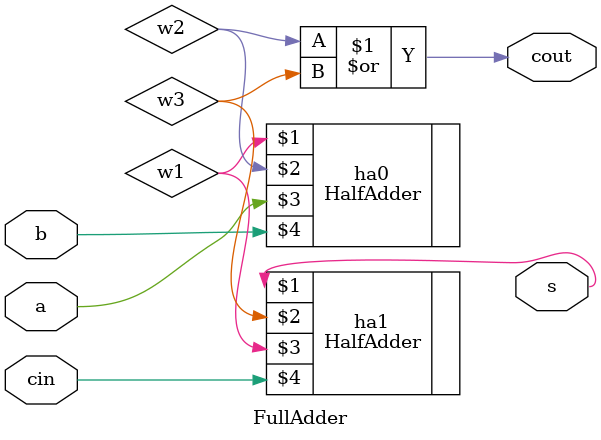
<source format=v>
/* módulo FullAdder */
/* Leonardo Vecchi Meirelles - 12011ECP002 */

`ifndef _FullAdder_
`define _FullAdder_
`include "HalfAdder.v"

module FullAdder(s, cout, a, b, cin);
    input a, b, cin;
    output s, cout;
    wire w1, w2, w3;

    HalfAdder ha0(w1, w2, a, b);
    HalfAdder ha1(s, w3, w1, cin);
    or or0(cout, w2, w3);

    // Descrição de conexões internas do módulo

endmodule

`endif
</source>
